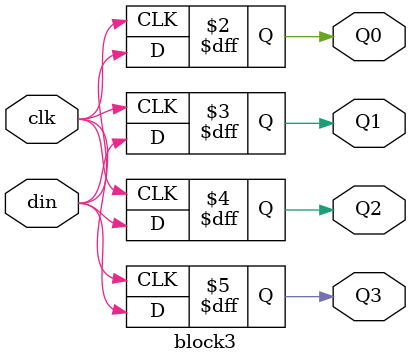
<source format=v>
module block3(Q0,Q1,Q2,Q3,din,clk);
output Q0,Q1,Q2,Q3;
input clk,din;
reg Q0,Q1,Q2,Q3;

always @(posedge clk)
    	begin
	Q0=din;
	Q1=Q0;
	Q2=Q1;
	Q3=Q2;
	end
endmodule

</source>
